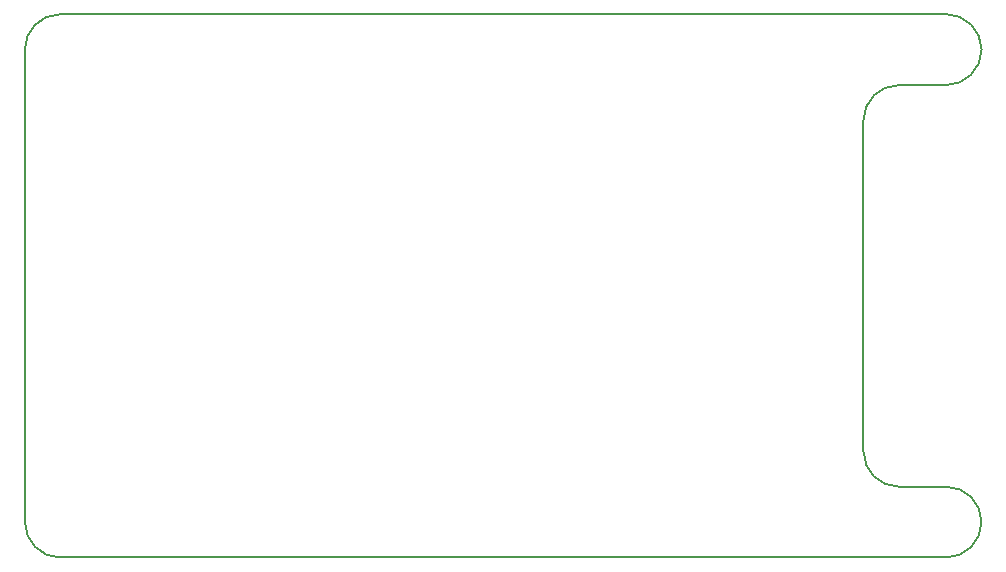
<source format=gbr>
G04 #@! TF.GenerationSoftware,KiCad,Pcbnew,5.1.8-db9833491~87~ubuntu20.04.1*
G04 #@! TF.CreationDate,2020-11-19T11:25:10+01:00*
G04 #@! TF.ProjectId,sally,73616c6c-792e-46b6-9963-61645f706362,v1.0*
G04 #@! TF.SameCoordinates,Original*
G04 #@! TF.FileFunction,Profile,NP*
%FSLAX46Y46*%
G04 Gerber Fmt 4.6, Leading zero omitted, Abs format (unit mm)*
G04 Created by KiCad (PCBNEW 5.1.8-db9833491~87~ubuntu20.04.1) date 2020-11-19 11:25:10*
%MOMM*%
%LPD*%
G01*
G04 APERTURE LIST*
G04 #@! TA.AperFunction,Profile*
%ADD10C,0.150000*%
G04 #@! TD*
G04 APERTURE END LIST*
D10*
X110000000Y-83000000D02*
X110000000Y-123000000D01*
X184000000Y-86000000D02*
X188000000Y-86000000D01*
X181000000Y-89000000D02*
G75*
G02*
X184000000Y-86000000I3000000J0D01*
G01*
X191000000Y-83000000D02*
G75*
G02*
X188000000Y-86000000I-3000000J0D01*
G01*
X184000000Y-120000000D02*
X188000000Y-120000000D01*
X184000000Y-120000000D02*
G75*
G02*
X181000000Y-117000000I0J3000000D01*
G01*
X188000000Y-120000000D02*
G75*
G02*
X191000000Y-123000000I0J-3000000D01*
G01*
X191000000Y-123000000D02*
G75*
G02*
X188000000Y-126000000I-3000000J0D01*
G01*
X188000000Y-80000000D02*
G75*
G02*
X191000000Y-83000000I0J-3000000D01*
G01*
X113000000Y-126000000D02*
G75*
G02*
X110000000Y-123000000I0J3000000D01*
G01*
X110000000Y-83000000D02*
G75*
G02*
X113000000Y-80000000I3000000J0D01*
G01*
X188000000Y-126000000D02*
X113000000Y-126000000D01*
X181000000Y-89000000D02*
X181000000Y-117000000D01*
X113000000Y-80000000D02*
X188000000Y-80000000D01*
M02*

</source>
